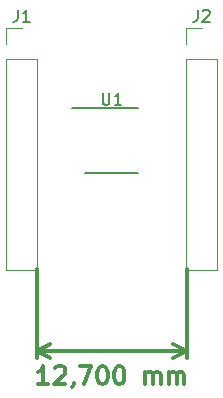
<source format=gbr>
G04 #@! TF.GenerationSoftware,KiCad,Pcbnew,(5.0.0)*
G04 #@! TF.CreationDate,2020-02-18T16:56:27+01:00*
G04 #@! TF.ProjectId,Test multiplexeur analogique,54657374206D756C7469706C65786575,rev?*
G04 #@! TF.SameCoordinates,Original*
G04 #@! TF.FileFunction,Legend,Top*
G04 #@! TF.FilePolarity,Positive*
%FSLAX46Y46*%
G04 Gerber Fmt 4.6, Leading zero omitted, Abs format (unit mm)*
G04 Created by KiCad (PCBNEW (5.0.0)) date 02/18/20 16:56:27*
%MOMM*%
%LPD*%
G01*
G04 APERTURE LIST*
%ADD10C,0.300000*%
%ADD11C,0.120000*%
%ADD12C,0.150000*%
G04 APERTURE END LIST*
D10*
X154662857Y-110093571D02*
X153805714Y-110093571D01*
X154234285Y-110093571D02*
X154234285Y-108593571D01*
X154091428Y-108807857D01*
X153948571Y-108950714D01*
X153805714Y-109022142D01*
X155234285Y-108736428D02*
X155305714Y-108665000D01*
X155448571Y-108593571D01*
X155805714Y-108593571D01*
X155948571Y-108665000D01*
X156020000Y-108736428D01*
X156091428Y-108879285D01*
X156091428Y-109022142D01*
X156020000Y-109236428D01*
X155162857Y-110093571D01*
X156091428Y-110093571D01*
X156805714Y-110022142D02*
X156805714Y-110093571D01*
X156734285Y-110236428D01*
X156662857Y-110307857D01*
X157305714Y-108593571D02*
X158305714Y-108593571D01*
X157662857Y-110093571D01*
X159162857Y-108593571D02*
X159305714Y-108593571D01*
X159448571Y-108665000D01*
X159520000Y-108736428D01*
X159591428Y-108879285D01*
X159662857Y-109165000D01*
X159662857Y-109522142D01*
X159591428Y-109807857D01*
X159520000Y-109950714D01*
X159448571Y-110022142D01*
X159305714Y-110093571D01*
X159162857Y-110093571D01*
X159020000Y-110022142D01*
X158948571Y-109950714D01*
X158877142Y-109807857D01*
X158805714Y-109522142D01*
X158805714Y-109165000D01*
X158877142Y-108879285D01*
X158948571Y-108736428D01*
X159020000Y-108665000D01*
X159162857Y-108593571D01*
X160591428Y-108593571D02*
X160734285Y-108593571D01*
X160877142Y-108665000D01*
X160948571Y-108736428D01*
X161020000Y-108879285D01*
X161091428Y-109165000D01*
X161091428Y-109522142D01*
X161020000Y-109807857D01*
X160948571Y-109950714D01*
X160877142Y-110022142D01*
X160734285Y-110093571D01*
X160591428Y-110093571D01*
X160448571Y-110022142D01*
X160377142Y-109950714D01*
X160305714Y-109807857D01*
X160234285Y-109522142D01*
X160234285Y-109165000D01*
X160305714Y-108879285D01*
X160377142Y-108736428D01*
X160448571Y-108665000D01*
X160591428Y-108593571D01*
X162877142Y-110093571D02*
X162877142Y-109093571D01*
X162877142Y-109236428D02*
X162948571Y-109165000D01*
X163091428Y-109093571D01*
X163305714Y-109093571D01*
X163448571Y-109165000D01*
X163520000Y-109307857D01*
X163520000Y-110093571D01*
X163520000Y-109307857D02*
X163591428Y-109165000D01*
X163734285Y-109093571D01*
X163948571Y-109093571D01*
X164091428Y-109165000D01*
X164162857Y-109307857D01*
X164162857Y-110093571D01*
X164877142Y-110093571D02*
X164877142Y-109093571D01*
X164877142Y-109236428D02*
X164948571Y-109165000D01*
X165091428Y-109093571D01*
X165305714Y-109093571D01*
X165448571Y-109165000D01*
X165520000Y-109307857D01*
X165520000Y-110093571D01*
X165520000Y-109307857D02*
X165591428Y-109165000D01*
X165734285Y-109093571D01*
X165948571Y-109093571D01*
X166091428Y-109165000D01*
X166162857Y-109307857D01*
X166162857Y-110093571D01*
X153670000Y-107315000D02*
X166370000Y-107315000D01*
X153670000Y-100330000D02*
X153670000Y-107901421D01*
X166370000Y-100330000D02*
X166370000Y-107901421D01*
X166370000Y-107315000D02*
X165243496Y-107901421D01*
X166370000Y-107315000D02*
X165243496Y-106728579D01*
X153670000Y-107315000D02*
X154796504Y-107901421D01*
X153670000Y-107315000D02*
X154796504Y-106728579D01*
D11*
G04 #@! TO.C,J1*
X151070000Y-79950000D02*
X152400000Y-79950000D01*
X151070000Y-81280000D02*
X151070000Y-79950000D01*
X151070000Y-82550000D02*
X153730000Y-82550000D01*
X153730000Y-82550000D02*
X153730000Y-100390000D01*
X151070000Y-82550000D02*
X151070000Y-100390000D01*
X151070000Y-100390000D02*
X153730000Y-100390000D01*
G04 #@! TO.C,J2*
X166310000Y-100390000D02*
X168970000Y-100390000D01*
X166310000Y-82550000D02*
X166310000Y-100390000D01*
X168970000Y-82550000D02*
X168970000Y-100390000D01*
X166310000Y-82550000D02*
X168970000Y-82550000D01*
X166310000Y-81280000D02*
X166310000Y-79950000D01*
X166310000Y-79950000D02*
X167640000Y-79950000D01*
D12*
G04 #@! TO.C,U1*
X156645000Y-86700000D02*
X162270000Y-86700000D01*
X157770000Y-92250000D02*
X162270000Y-92250000D01*
G04 #@! TO.C,J1*
X152066666Y-78402380D02*
X152066666Y-79116666D01*
X152019047Y-79259523D01*
X151923809Y-79354761D01*
X151780952Y-79402380D01*
X151685714Y-79402380D01*
X153066666Y-79402380D02*
X152495238Y-79402380D01*
X152780952Y-79402380D02*
X152780952Y-78402380D01*
X152685714Y-78545238D01*
X152590476Y-78640476D01*
X152495238Y-78688095D01*
G04 #@! TO.C,J2*
X167306666Y-78402380D02*
X167306666Y-79116666D01*
X167259047Y-79259523D01*
X167163809Y-79354761D01*
X167020952Y-79402380D01*
X166925714Y-79402380D01*
X167735238Y-78497619D02*
X167782857Y-78450000D01*
X167878095Y-78402380D01*
X168116190Y-78402380D01*
X168211428Y-78450000D01*
X168259047Y-78497619D01*
X168306666Y-78592857D01*
X168306666Y-78688095D01*
X168259047Y-78830952D01*
X167687619Y-79402380D01*
X168306666Y-79402380D01*
G04 #@! TO.C,U1*
X159258095Y-85427380D02*
X159258095Y-86236904D01*
X159305714Y-86332142D01*
X159353333Y-86379761D01*
X159448571Y-86427380D01*
X159639047Y-86427380D01*
X159734285Y-86379761D01*
X159781904Y-86332142D01*
X159829523Y-86236904D01*
X159829523Y-85427380D01*
X160829523Y-86427380D02*
X160258095Y-86427380D01*
X160543809Y-86427380D02*
X160543809Y-85427380D01*
X160448571Y-85570238D01*
X160353333Y-85665476D01*
X160258095Y-85713095D01*
G04 #@! TD*
M02*

</source>
